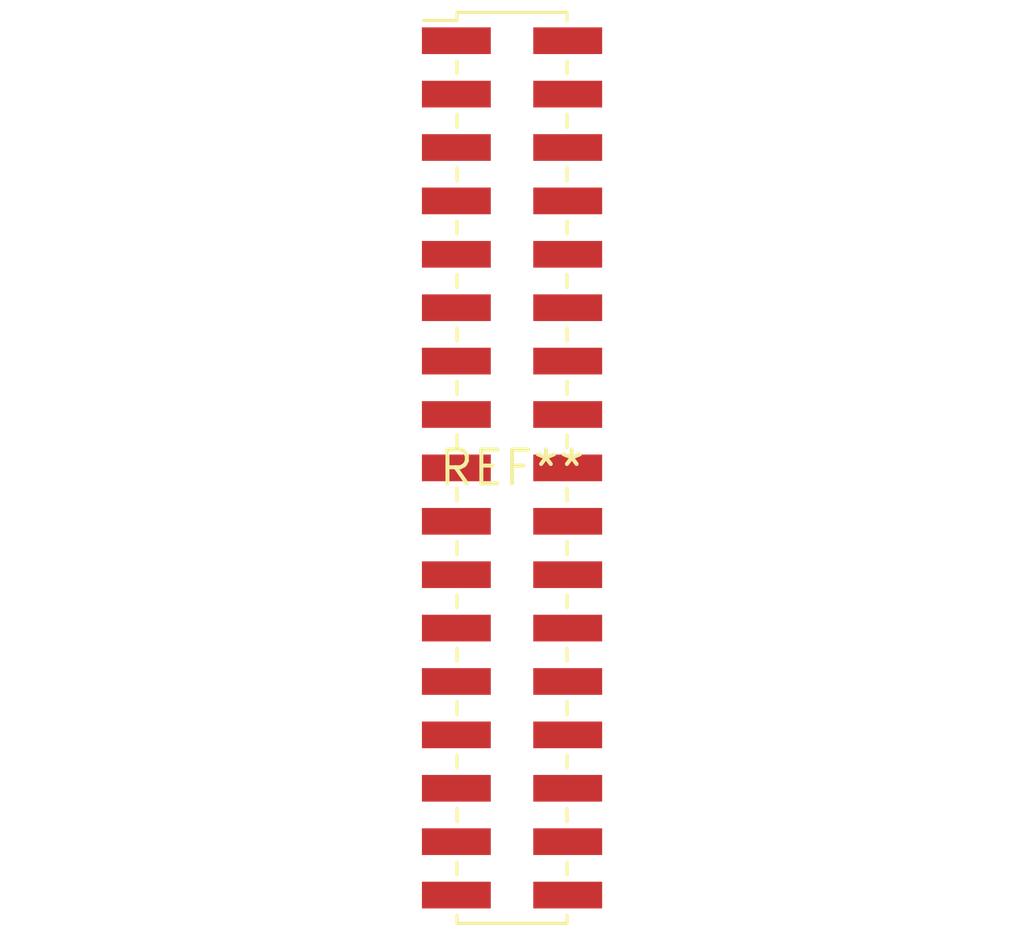
<source format=kicad_pcb>
(kicad_pcb (version 20240108) (generator pcbnew)
  (layers (0 "F.Cu" signal) (31 "B.Cu" signal) (34 "B.Paste" user) (35 "F.Paste" user) (36 "B.SilkS" user "B.Silkscreen") (37 "F.SilkS" user "F.Silkscreen") (38 "B.Mask" user) (39 "F.Mask" user) (44 "Edge.Cuts" user))
  (net 0 "")
  (footprint "PinHeader_2x17_P2.00mm_Vertical_SMD" (layer "F.Cu") (at 0 0)
    (property "Reference" "REF**")
    (property "Value" "PinHeader_2x17_P2.00mm_Vertical_SMD")
    (fp_line (start -3.315 -16.76) (end -2.06 -16.76) (layer "F.SilkS") (stroke (width 0.12)))
    (fp_line (start -2.06 -17.06) (end -2.06 -16.76) (layer "F.SilkS") (stroke (width 0.12)))
    (fp_line (start -2.06 -17.06) (end 2.06 -17.06) (layer "F.SilkS") (stroke (width 0.12)))
    (fp_line (start -2.06 -15.24) (end -2.06 -14.76) (layer "F.SilkS") (stroke (width 0.12)))
    (fp_line (start -2.06 -13.24) (end -2.06 -12.76) (layer "F.SilkS") (stroke (width 0.12)))
    (fp_line (start -2.06 -11.24) (end -2.06 -10.76) (layer "F.SilkS") (stroke (width 0.12)))
    (fp_line (start -2.06 -9.24) (end -2.06 -8.76) (layer "F.SilkS") (stroke (width 0.12)))
    (fp_line (start -2.06 -7.24) (end -2.06 -6.76) (layer "F.SilkS") (stroke (width 0.12)))
    (fp_line (start -2.06 -5.24) (end -2.06 -4.76) (layer "F.SilkS") (stroke (width 0.12)))
    (fp_line (start -2.06 -3.24) (end -2.06 -2.76) (layer "F.SilkS") (stroke (width 0.12)))
    (fp_line (start -2.06 -1.24) (end -2.06 -0.76) (layer "F.SilkS") (stroke (width 0.12)))
    (fp_line (start -2.06 0.76) (end -2.06 1.24) (layer "F.SilkS") (stroke (width 0.12)))
    (fp_line (start -2.06 2.76) (end -2.06 3.24) (layer "F.SilkS") (stroke (width 0.12)))
    (fp_line (start -2.06 4.76) (end -2.06 5.24) (layer "F.SilkS") (stroke (width 0.12)))
    (fp_line (start -2.06 6.76) (end -2.06 7.24) (layer "F.SilkS") (stroke (width 0.12)))
    (fp_line (start -2.06 8.76) (end -2.06 9.24) (layer "F.SilkS") (stroke (width 0.12)))
    (fp_line (start -2.06 10.76) (end -2.06 11.24) (layer "F.SilkS") (stroke (width 0.12)))
    (fp_line (start -2.06 12.76) (end -2.06 13.24) (layer "F.SilkS") (stroke (width 0.12)))
    (fp_line (start -2.06 14.76) (end -2.06 15.24) (layer "F.SilkS") (stroke (width 0.12)))
    (fp_line (start -2.06 16.76) (end -2.06 17.06) (layer "F.SilkS") (stroke (width 0.12)))
    (fp_line (start -2.06 17.06) (end 2.06 17.06) (layer "F.SilkS") (stroke (width 0.12)))
    (fp_line (start 2.06 -17.06) (end 2.06 -16.76) (layer "F.SilkS") (stroke (width 0.12)))
    (fp_line (start 2.06 -15.24) (end 2.06 -14.76) (layer "F.SilkS") (stroke (width 0.12)))
    (fp_line (start 2.06 -13.24) (end 2.06 -12.76) (layer "F.SilkS") (stroke (width 0.12)))
    (fp_line (start 2.06 -11.24) (end 2.06 -10.76) (layer "F.SilkS") (stroke (width 0.12)))
    (fp_line (start 2.06 -9.24) (end 2.06 -8.76) (layer "F.SilkS") (stroke (width 0.12)))
    (fp_line (start 2.06 -7.24) (end 2.06 -6.76) (layer "F.SilkS") (stroke (width 0.12)))
    (fp_line (start 2.06 -5.24) (end 2.06 -4.76) (layer "F.SilkS") (stroke (width 0.12)))
    (fp_line (start 2.06 -3.24) (end 2.06 -2.76) (layer "F.SilkS") (stroke (width 0.12)))
    (fp_line (start 2.06 -1.24) (end 2.06 -0.76) (layer "F.SilkS") (stroke (width 0.12)))
    (fp_line (start 2.06 0.76) (end 2.06 1.24) (layer "F.SilkS") (stroke (width 0.12)))
    (fp_line (start 2.06 2.76) (end 2.06 3.24) (layer "F.SilkS") (stroke (width 0.12)))
    (fp_line (start 2.06 4.76) (end 2.06 5.24) (layer "F.SilkS") (stroke (width 0.12)))
    (fp_line (start 2.06 6.76) (end 2.06 7.24) (layer "F.SilkS") (stroke (width 0.12)))
    (fp_line (start 2.06 8.76) (end 2.06 9.24) (layer "F.SilkS") (stroke (width 0.12)))
    (fp_line (start 2.06 10.76) (end 2.06 11.24) (layer "F.SilkS") (stroke (width 0.12)))
    (fp_line (start 2.06 12.76) (end 2.06 13.24) (layer "F.SilkS") (stroke (width 0.12)))
    (fp_line (start 2.06 14.76) (end 2.06 15.24) (layer "F.SilkS") (stroke (width 0.12)))
    (fp_line (start 2.06 16.76) (end 2.06 17.06) (layer "F.SilkS") (stroke (width 0.12)))
    (pad "1" smd rect (at -2.085 -16) (size 2.58 1) (layers "F.Cu" "F.Paste" "F.Mask"))
    (pad "2" smd rect (at 2.085 -16) (size 2.58 1) (layers "F.Cu" "F.Paste" "F.Mask"))
    (pad "3" smd rect (at -2.085 -14) (size 2.58 1) (layers "F.Cu" "F.Paste" "F.Mask"))
    (pad "4" smd rect (at 2.085 -14) (size 2.58 1) (layers "F.Cu" "F.Paste" "F.Mask"))
    (pad "5" smd rect (at -2.085 -12) (size 2.58 1) (layers "F.Cu" "F.Paste" "F.Mask"))
    (pad "6" smd rect (at 2.085 -12) (size 2.58 1) (layers "F.Cu" "F.Paste" "F.Mask"))
    (pad "7" smd rect (at -2.085 -10) (size 2.58 1) (layers "F.Cu" "F.Paste" "F.Mask"))
    (pad "8" smd rect (at 2.085 -10) (size 2.58 1) (layers "F.Cu" "F.Paste" "F.Mask"))
    (pad "9" smd rect (at -2.085 -8) (size 2.58 1) (layers "F.Cu" "F.Paste" "F.Mask"))
    (pad "10" smd rect (at 2.085 -8) (size 2.58 1) (layers "F.Cu" "F.Paste" "F.Mask"))
    (pad "11" smd rect (at -2.085 -6) (size 2.58 1) (layers "F.Cu" "F.Paste" "F.Mask"))
    (pad "12" smd rect (at 2.085 -6) (size 2.58 1) (layers "F.Cu" "F.Paste" "F.Mask"))
    (pad "13" smd rect (at -2.085 -4) (size 2.58 1) (layers "F.Cu" "F.Paste" "F.Mask"))
    (pad "14" smd rect (at 2.085 -4) (size 2.58 1) (layers "F.Cu" "F.Paste" "F.Mask"))
    (pad "15" smd rect (at -2.085 -2) (size 2.58 1) (layers "F.Cu" "F.Paste" "F.Mask"))
    (pad "16" smd rect (at 2.085 -2) (size 2.58 1) (layers "F.Cu" "F.Paste" "F.Mask"))
    (pad "17" smd rect (at -2.085 0) (size 2.58 1) (layers "F.Cu" "F.Paste" "F.Mask"))
    (pad "18" smd rect (at 2.085 0) (size 2.58 1) (layers "F.Cu" "F.Paste" "F.Mask"))
    (pad "19" smd rect (at -2.085 2) (size 2.58 1) (layers "F.Cu" "F.Paste" "F.Mask"))
    (pad "20" smd rect (at 2.085 2) (size 2.58 1) (layers "F.Cu" "F.Paste" "F.Mask"))
    (pad "21" smd rect (at -2.085 4) (size 2.58 1) (layers "F.Cu" "F.Paste" "F.Mask"))
    (pad "22" smd rect (at 2.085 4) (size 2.58 1) (layers "F.Cu" "F.Paste" "F.Mask"))
    (pad "23" smd rect (at -2.085 6) (size 2.58 1) (layers "F.Cu" "F.Paste" "F.Mask"))
    (pad "24" smd rect (at 2.085 6) (size 2.58 1) (layers "F.Cu" "F.Paste" "F.Mask"))
    (pad "25" smd rect (at -2.085 8) (size 2.58 1) (layers "F.Cu" "F.Paste" "F.Mask"))
    (pad "26" smd rect (at 2.085 8) (size 2.58 1) (layers "F.Cu" "F.Paste" "F.Mask"))
    (pad "27" smd rect (at -2.085 10) (size 2.58 1) (layers "F.Cu" "F.Paste" "F.Mask"))
    (pad "28" smd rect (at 2.085 10) (size 2.58 1) (layers "F.Cu" "F.Paste" "F.Mask"))
    (pad "29" smd rect (at -2.085 12) (size 2.58 1) (layers "F.Cu" "F.Paste" "F.Mask"))
    (pad "30" smd rect (at 2.085 12) (size 2.58 1) (layers "F.Cu" "F.Paste" "F.Mask"))
    (pad "31" smd rect (at -2.085 14) (size 2.58 1) (layers "F.Cu" "F.Paste" "F.Mask"))
    (pad "32" smd rect (at 2.085 14) (size 2.58 1) (layers "F.Cu" "F.Paste" "F.Mask"))
    (pad "33" smd rect (at -2.085 16) (size 2.58 1) (layers "F.Cu" "F.Paste" "F.Mask"))
    (pad "34" smd rect (at 2.085 16) (size 2.58 1) (layers "F.Cu" "F.Paste" "F.Mask"))
  )
)
</source>
